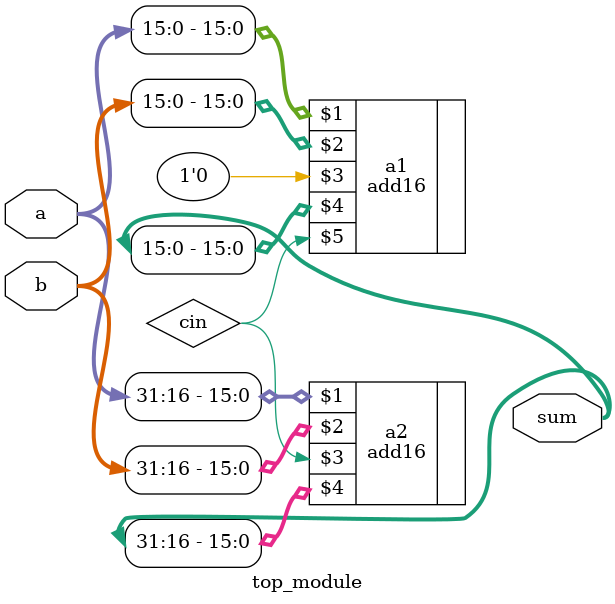
<source format=v>
module top_module(
    input [31:0] a,
    input [31:0] b,
    output [31:0] sum
);
    reg cin;
    add16 a1 (a[15:0],b[15:0],1'b0,sum[15:0],cin);
    add16 a2 (a[31:16],b[31:16],cin, sum[31:16]);

endmodule

</source>
